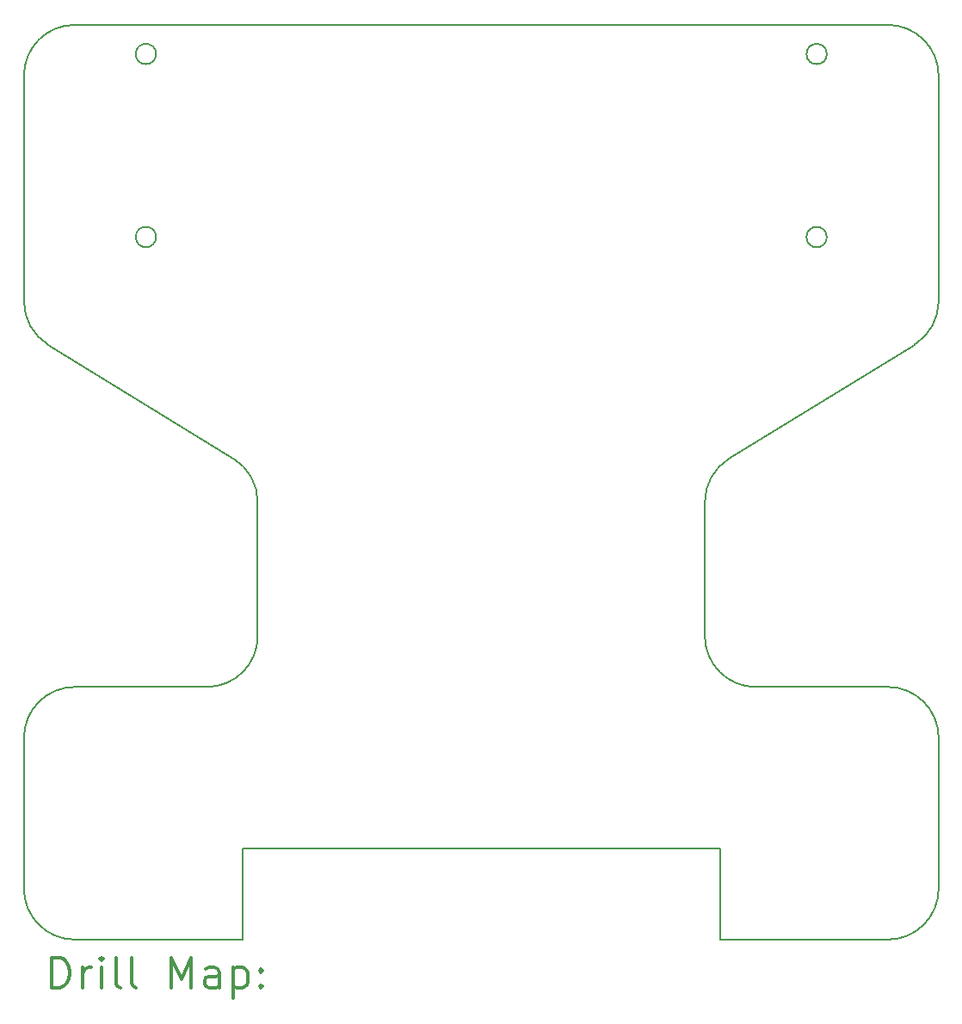
<source format=gbr>
%FSLAX45Y45*%
G04 Gerber Fmt 4.5, Leading zero omitted, Abs format (unit mm)*
G04 Created by KiCad (PCBNEW (5.1.6)-1) date 2022-02-26 01:22:01*
%MOMM*%
%LPD*%
G01*
G04 APERTURE LIST*
%TA.AperFunction,Profile*%
%ADD10C,0.150000*%
%TD*%
%TA.AperFunction,Profile*%
%ADD11C,0.200000*%
%TD*%
%ADD12C,0.200000*%
%ADD13C,0.300000*%
G04 APERTURE END LIST*
D10*
X17039000Y-6179000D02*
G75*
G03*
X17039000Y-6179000I-100000J0D01*
G01*
X17039000Y-4379000D02*
G75*
G03*
X17039000Y-4379000I-100000J0D01*
G01*
X23639000Y-6180000D02*
G75*
G03*
X23639000Y-6180000I-100000J0D01*
G01*
X23639000Y-4379000D02*
G75*
G03*
X23639000Y-4379000I-100000J0D01*
G01*
D11*
X24739000Y-12592000D02*
G75*
G02*
X24239000Y-13092000I-500000J0D01*
G01*
X22439000Y-8785613D02*
G75*
G02*
X22677108Y-8359806I500000J-119D01*
G01*
X18039000Y-8785732D02*
X18039000Y-10106214D01*
X24739000Y-6812600D02*
G75*
G02*
X24500891Y-7238407I-500000J119D01*
G01*
X15977108Y-7238407D02*
X17800891Y-8359806D01*
X24239000Y-4092000D02*
X16239000Y-4092000D01*
X15739000Y-11106214D02*
G75*
G02*
X16239000Y-10606214I500000J0D01*
G01*
X24239000Y-10606214D02*
G75*
G02*
X24739000Y-11106214I0J-500000D01*
G01*
X15739000Y-4592000D02*
X15739000Y-6812481D01*
X24739000Y-6812481D02*
X24739000Y-4592000D01*
X22939000Y-10606214D02*
G75*
G02*
X22439000Y-10106214I0J500000D01*
G01*
X15739000Y-4592000D02*
G75*
G02*
X16239000Y-4092000I500000J0D01*
G01*
X18039000Y-10106214D02*
G75*
G02*
X17539000Y-10606214I-500000J0D01*
G01*
X24239000Y-4092000D02*
G75*
G02*
X24739000Y-4592000I0J-500000D01*
G01*
X16239000Y-13092000D02*
G75*
G02*
X15739000Y-12592000I0J500000D01*
G01*
X15977007Y-7238345D02*
G75*
G02*
X15739000Y-6812481I261993J425864D01*
G01*
X17800993Y-8359869D02*
G75*
G02*
X18039000Y-8785732I-261993J-425864D01*
G01*
X17889000Y-12192000D02*
X22589000Y-12192000D01*
X22589000Y-13092000D02*
X24239000Y-13092000D01*
X15739000Y-11106214D02*
X15739000Y-12592000D01*
X22589000Y-12192000D02*
X22589000Y-13092000D01*
X24239000Y-10606214D02*
X22939000Y-10606214D01*
X24739000Y-12592000D02*
X24739000Y-11106214D01*
X22677108Y-8359806D02*
X24500891Y-7238407D01*
X17539000Y-10606214D02*
X16239000Y-10606214D01*
X16239000Y-13092000D02*
X17889000Y-13092000D01*
X22439000Y-10106214D02*
X22439000Y-8785732D01*
X17889000Y-13092000D02*
X17889000Y-12192000D01*
D12*
D13*
X16015428Y-13567714D02*
X16015428Y-13267714D01*
X16086857Y-13267714D01*
X16129714Y-13282000D01*
X16158286Y-13310571D01*
X16172571Y-13339143D01*
X16186857Y-13396286D01*
X16186857Y-13439143D01*
X16172571Y-13496286D01*
X16158286Y-13524857D01*
X16129714Y-13553429D01*
X16086857Y-13567714D01*
X16015428Y-13567714D01*
X16315428Y-13567714D02*
X16315428Y-13367714D01*
X16315428Y-13424857D02*
X16329714Y-13396286D01*
X16344000Y-13382000D01*
X16372571Y-13367714D01*
X16401143Y-13367714D01*
X16501143Y-13567714D02*
X16501143Y-13367714D01*
X16501143Y-13267714D02*
X16486857Y-13282000D01*
X16501143Y-13296286D01*
X16515428Y-13282000D01*
X16501143Y-13267714D01*
X16501143Y-13296286D01*
X16686857Y-13567714D02*
X16658286Y-13553429D01*
X16644000Y-13524857D01*
X16644000Y-13267714D01*
X16844000Y-13567714D02*
X16815428Y-13553429D01*
X16801143Y-13524857D01*
X16801143Y-13267714D01*
X17186857Y-13567714D02*
X17186857Y-13267714D01*
X17286857Y-13482000D01*
X17386857Y-13267714D01*
X17386857Y-13567714D01*
X17658286Y-13567714D02*
X17658286Y-13410571D01*
X17644000Y-13382000D01*
X17615428Y-13367714D01*
X17558286Y-13367714D01*
X17529714Y-13382000D01*
X17658286Y-13553429D02*
X17629714Y-13567714D01*
X17558286Y-13567714D01*
X17529714Y-13553429D01*
X17515428Y-13524857D01*
X17515428Y-13496286D01*
X17529714Y-13467714D01*
X17558286Y-13453429D01*
X17629714Y-13453429D01*
X17658286Y-13439143D01*
X17801143Y-13367714D02*
X17801143Y-13667714D01*
X17801143Y-13382000D02*
X17829714Y-13367714D01*
X17886857Y-13367714D01*
X17915428Y-13382000D01*
X17929714Y-13396286D01*
X17944000Y-13424857D01*
X17944000Y-13510571D01*
X17929714Y-13539143D01*
X17915428Y-13553429D01*
X17886857Y-13567714D01*
X17829714Y-13567714D01*
X17801143Y-13553429D01*
X18072571Y-13539143D02*
X18086857Y-13553429D01*
X18072571Y-13567714D01*
X18058286Y-13553429D01*
X18072571Y-13539143D01*
X18072571Y-13567714D01*
X18072571Y-13382000D02*
X18086857Y-13396286D01*
X18072571Y-13410571D01*
X18058286Y-13396286D01*
X18072571Y-13382000D01*
X18072571Y-13410571D01*
M02*

</source>
